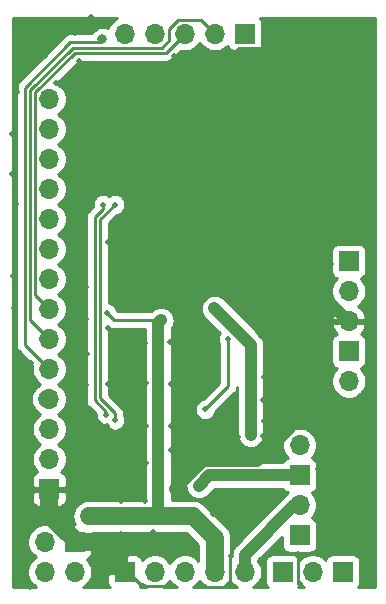
<source format=gbl>
%TF.GenerationSoftware,KiCad,Pcbnew,(5.1.6-0-10_14)*%
%TF.CreationDate,2021-01-07T19:03:09+09:00*%
%TF.ProjectId,qPCR-photosensing,71504352-2d70-4686-9f74-6f73656e7369,rev?*%
%TF.SameCoordinates,Original*%
%TF.FileFunction,Copper,L2,Bot*%
%TF.FilePolarity,Positive*%
%FSLAX46Y46*%
G04 Gerber Fmt 4.6, Leading zero omitted, Abs format (unit mm)*
G04 Created by KiCad (PCBNEW (5.1.6-0-10_14)) date 2021-01-07 19:03:09*
%MOMM*%
%LPD*%
G01*
G04 APERTURE LIST*
%TA.AperFunction,ComponentPad*%
%ADD10O,1.700000X1.700000*%
%TD*%
%TA.AperFunction,ComponentPad*%
%ADD11R,1.700000X1.700000*%
%TD*%
%TA.AperFunction,ViaPad*%
%ADD12C,0.508000*%
%TD*%
%TA.AperFunction,ViaPad*%
%ADD13C,0.800000*%
%TD*%
%TA.AperFunction,Conductor*%
%ADD14C,1.524000*%
%TD*%
%TA.AperFunction,Conductor*%
%ADD15C,1.016000*%
%TD*%
%TA.AperFunction,Conductor*%
%ADD16C,0.508000*%
%TD*%
%TA.AperFunction,Conductor*%
%ADD17C,0.250000*%
%TD*%
%TA.AperFunction,Conductor*%
%ADD18C,0.254000*%
%TD*%
G04 APERTURE END LIST*
D10*
%TO.P,J3,5*%
%TO.N,PD_MUX_OUT*%
X103298000Y-110000000D03*
%TO.P,J3,4*%
%TO.N,VCC_LOGIC*%
X100758000Y-110000000D03*
%TO.P,J3,3*%
%TO.N,N/C*%
X98218000Y-110000000D03*
%TO.P,J3,2*%
X95678000Y-110000000D03*
D11*
%TO.P,J3,1*%
%TO.N,GND*%
X93138000Y-110000000D03*
%TD*%
%TO.P,J4,1*%
%TO.N,PD_MUX_GPIO5*%
X103298000Y-64440000D03*
D10*
%TO.P,J4,2*%
%TO.N,PD_MUX_GPIO4*%
X100758000Y-64440000D03*
%TO.P,J4,3*%
%TO.N,PD_MUX_GPIO3*%
X98218000Y-64440000D03*
%TO.P,J4,4*%
%TO.N,PD_MUX_GPIO2*%
X95678000Y-64440000D03*
%TO.P,J4,5*%
%TO.N,PD_MUX_GPIO1*%
X93138000Y-64440000D03*
%TD*%
%TO.P,J1,14*%
%TO.N,THERM_WELL*%
X86730000Y-69980000D03*
%TO.P,J1,13*%
%TO.N,I2C_SDA*%
X86730000Y-72520000D03*
%TO.P,J1,12*%
%TO.N,I2C_SCL*%
X86730000Y-75060000D03*
%TO.P,J1,11*%
%TO.N,ADC_DRDY*%
X86730000Y-77600000D03*
%TO.P,J1,10*%
%TO.N,PD_REF_PWM*%
X86730000Y-80140000D03*
%TO.P,J1,9*%
%TO.N,PD_MUX_GPIO1*%
X86730000Y-82680000D03*
%TO.P,J1,8*%
%TO.N,PD_MUX_GPIO2*%
X86730000Y-85220000D03*
%TO.P,J1,7*%
%TO.N,PD_MUX_GPIO3*%
X86730000Y-87760000D03*
%TO.P,J1,6*%
%TO.N,PD_MUX_GPIO4*%
X86730000Y-90300000D03*
%TO.P,J1,5*%
%TO.N,PD_MUX_GPIO5*%
X86730000Y-92840000D03*
%TO.P,J1,4*%
%TO.N,VCC_LOGIC*%
X86730000Y-95380000D03*
%TO.P,J1,3*%
%TO.N,N/C*%
X86730000Y-97920000D03*
%TO.P,J1,2*%
X86730000Y-100460000D03*
D11*
%TO.P,J1,1*%
%TO.N,GND*%
X86730000Y-103000000D03*
%TD*%
D10*
%TO.P,JTHERM1,2*%
%TO.N,THERM_TEST2*%
X109040000Y-110000000D03*
D11*
%TO.P,JTHERM1,1*%
%TO.N,THERM_TEST1*%
X111580000Y-110000000D03*
%TD*%
D10*
%TO.P,J6,3*%
%TO.N,GND*%
X112100000Y-88780000D03*
%TO.P,J6,2*%
%TO.N,Net-(C2-Pad1)*%
X112100000Y-86240000D03*
D11*
%TO.P,J6,1*%
%TO.N,/CLKIN*%
X112100000Y-83700000D03*
%TD*%
%TO.P,J7,1*%
%TO.N,Net-(J7-Pad1)*%
X112100000Y-91320000D03*
D10*
%TO.P,J7,2*%
%TO.N,/XOUT*%
X112100000Y-93860000D03*
%TD*%
D11*
%TO.P,R6,1*%
%TO.N,PD_MUX_OUT*%
X107930000Y-101820000D03*
D10*
%TO.P,R6,2*%
%TO.N,Net-(C4-Pad1)*%
X107930000Y-99280000D03*
%TD*%
%TO.P,R7,2*%
%TO.N,PD_MUX_OUT*%
X107930000Y-104360000D03*
D11*
%TO.P,R7,1*%
%TO.N,/AMP_OUT*%
X107930000Y-106900000D03*
%TD*%
%TO.P,JGAIN1,1*%
%TO.N,/AMP_GAIN_SW*%
X106500000Y-110000000D03*
%TD*%
D10*
%TO.P,JSPI1,4*%
%TO.N,DEMOD_SPI_CS*%
X86360000Y-110000000D03*
%TO.P,JSPI1,3*%
%TO.N,DEMOD_SPI_SDIO*%
X86360000Y-107460000D03*
%TO.P,JSPI1,2*%
%TO.N,DEMOD_SPI_SCLK*%
X88900000Y-110000000D03*
D11*
%TO.P,JSPI1,1*%
%TO.N,GND*%
X88900000Y-107460000D03*
%TD*%
D12*
%TO.N,GND*%
X107100000Y-87900000D03*
X103900000Y-83800000D03*
X97400000Y-103000000D03*
X94463800Y-79036200D03*
X114010000Y-63410000D03*
X104960000Y-63470000D03*
X104870000Y-65670000D03*
X102780000Y-65800000D03*
X97340000Y-66340000D03*
X89230000Y-66780000D03*
X87280000Y-68640000D03*
X90270000Y-63020000D03*
X88890000Y-64370000D03*
X84040000Y-69410000D03*
X83880000Y-63360000D03*
X86900000Y-63390000D03*
X84000000Y-66340000D03*
X86360000Y-66340000D03*
X85650000Y-64980000D03*
X83610000Y-72900000D03*
X83600000Y-76310000D03*
X83950000Y-78880000D03*
X85220000Y-92310000D03*
X83850000Y-90460000D03*
X83690000Y-84990000D03*
X83800000Y-81840000D03*
X83780000Y-87680000D03*
X83920000Y-94390000D03*
X85650000Y-94160000D03*
X85580000Y-96580000D03*
X85530000Y-99120000D03*
X85440000Y-101500000D03*
X85270000Y-104610000D03*
X85440000Y-106080000D03*
X85270000Y-108680000D03*
X85100000Y-111250000D03*
X84050000Y-110050000D03*
X83990000Y-107240000D03*
X84020000Y-103550000D03*
X83990000Y-100730000D03*
X84050000Y-97860000D03*
X90570000Y-111180000D03*
X91070000Y-109930000D03*
X94560000Y-111180000D03*
X94360000Y-108340000D03*
X92770000Y-106820000D03*
X91460000Y-102760000D03*
X92800000Y-104010000D03*
X94860000Y-103990000D03*
X91640000Y-97630000D03*
X91520000Y-100130000D03*
X94920000Y-97660000D03*
X94910000Y-100770000D03*
X93290000Y-99130000D03*
X93290000Y-101900000D03*
X88580000Y-93390000D03*
X89890000Y-94170000D03*
X88550000Y-85370000D03*
X89860000Y-85880000D03*
X89810000Y-88560000D03*
X88510000Y-87070000D03*
X88680000Y-90060000D03*
X89930000Y-91520000D03*
X91730000Y-89390000D03*
X91680000Y-94070000D03*
X94840000Y-90640000D03*
X94940000Y-94040000D03*
X92100000Y-91920000D03*
X94120000Y-92370000D03*
X96990000Y-90540000D03*
X98140000Y-91880000D03*
X97010000Y-94120000D03*
X97040000Y-97660000D03*
X97030000Y-99680000D03*
X98750000Y-98140000D03*
X101090000Y-97560000D03*
X102580000Y-97230000D03*
X102700000Y-98570000D03*
X104850000Y-98480000D03*
X106020000Y-97240000D03*
X104930000Y-97250000D03*
X104800000Y-95430000D03*
X106120000Y-94400000D03*
X104880000Y-93480000D03*
X102870000Y-87170000D03*
X104640000Y-90050000D03*
X103820000Y-88630000D03*
X95500000Y-106610000D03*
X98490000Y-108220000D03*
X96920000Y-111020000D03*
X99490000Y-111060000D03*
X102030000Y-111010000D03*
X104770000Y-110990000D03*
X107930000Y-111040000D03*
X113320000Y-110940000D03*
X114240000Y-108150000D03*
X112320000Y-106100000D03*
X114220000Y-102820000D03*
X112460000Y-100420000D03*
X114120000Y-97760000D03*
X110520000Y-97190000D03*
X108100000Y-97280000D03*
X109810000Y-99440000D03*
X109480000Y-101320000D03*
X110380000Y-103520000D03*
X109490000Y-105230000D03*
X110360000Y-107500000D03*
X107830000Y-108490000D03*
X105620000Y-108050000D03*
X102130000Y-108630000D03*
X102840000Y-107270000D03*
X102570000Y-105850000D03*
X100640000Y-105130000D03*
X101420000Y-104310000D03*
X108310000Y-93730000D03*
X108280000Y-95290000D03*
X110450000Y-93950000D03*
X113020000Y-95080000D03*
X113460000Y-92630000D03*
X113480000Y-89970000D03*
X113310000Y-87530000D03*
X113370000Y-85130000D03*
X110560000Y-83910000D03*
X104940000Y-83010000D03*
X113950000Y-82470000D03*
X107750000Y-83770000D03*
X96830000Y-85340000D03*
X98590000Y-84490000D03*
X95130000Y-82740000D03*
X91730000Y-82080000D03*
X93490000Y-83030000D03*
X89760000Y-77890000D03*
X88460000Y-75260000D03*
X88310000Y-71390000D03*
X88310000Y-73570000D03*
X98860000Y-79910000D03*
X101000000Y-82390000D03*
X97440000Y-82630000D03*
X96380000Y-79780000D03*
X109270000Y-63490000D03*
X109180000Y-65730000D03*
X113980000Y-65840000D03*
X111670000Y-67770000D03*
X106640000Y-68270000D03*
X100590000Y-68070000D03*
X93030000Y-68270000D03*
X91750000Y-71780000D03*
X91850000Y-75930000D03*
X96690000Y-72020000D03*
X102760000Y-71880000D03*
X109580000Y-71780000D03*
X111900000Y-75930000D03*
X105730000Y-75980000D03*
X99060000Y-75830000D03*
X101380000Y-79330000D03*
X108940000Y-79530000D03*
X95800000Y-76320000D03*
X113720000Y-72270000D03*
D13*
%TO.N,PD_MUX_OUT*%
X99400000Y-102700000D03*
D12*
%TO.N,VCC_LOGIC*%
X90100000Y-105300000D03*
X96200000Y-88700000D03*
X91617001Y-88100000D03*
%TO.N,/AMP_OUT*%
X103800000Y-98400000D03*
X100723762Y-87700000D03*
D13*
%TO.N,PD_MUX_GPIO5*%
X91230000Y-64890000D03*
D12*
%TO.N,THERM_TEST2*%
X92300000Y-97154041D03*
X92300000Y-78900000D03*
%TO.N,THERM_TEST1*%
X91579020Y-96704031D03*
X91300000Y-78900000D03*
%TO.N,DEMOD_SPI_CS*%
X99946926Y-96254021D03*
X101900000Y-90300000D03*
%TD*%
D14*
%TO.N,GND*%
X90598000Y-107460000D02*
X88900000Y-107460000D01*
X93138000Y-110000000D02*
X90598000Y-107460000D01*
D15*
X112100000Y-88780000D02*
X111220000Y-87900000D01*
X111220000Y-87900000D02*
X107100000Y-87900000D01*
X107100000Y-87900000D02*
X105600000Y-87900000D01*
X103900000Y-86200000D02*
X103900000Y-83800000D01*
X105600000Y-87900000D02*
X103900000Y-86200000D01*
D14*
X86730000Y-105148238D02*
X86730000Y-103000000D01*
X88900000Y-107318238D02*
X86730000Y-105148238D01*
X88900000Y-107460000D02*
X88900000Y-107318238D01*
D15*
X97400000Y-102980303D02*
X97400000Y-103000000D01*
X104300168Y-100603990D02*
X99776313Y-100603990D01*
X107100000Y-97804158D02*
X104300168Y-100603990D01*
X99776313Y-100603990D02*
X97400000Y-102980303D01*
X107100000Y-87900000D02*
X107100000Y-97804158D01*
D16*
X99136200Y-79036200D02*
X103900000Y-83800000D01*
X94463800Y-79036200D02*
X99136200Y-79036200D01*
D17*
X90240000Y-63020000D02*
X88890000Y-64370000D01*
X90270000Y-63020000D02*
X90240000Y-63020000D01*
X102910000Y-65670000D02*
X102780000Y-65800000D01*
X104870000Y-65670000D02*
X102910000Y-65670000D01*
X94120000Y-93220000D02*
X94940000Y-94040000D01*
X94120000Y-92370000D02*
X94120000Y-93220000D01*
X102030000Y-108730000D02*
X102030000Y-111010000D01*
X102130000Y-108630000D02*
X102030000Y-108730000D01*
X101726001Y-111313999D02*
X102030000Y-111010000D01*
X99743999Y-111313999D02*
X101726001Y-111313999D01*
X99490000Y-111060000D02*
X99743999Y-111313999D01*
X93380000Y-110000000D02*
X94560000Y-111180000D01*
X93138000Y-110000000D02*
X93380000Y-110000000D01*
X96760000Y-111180000D02*
X94560000Y-111180000D01*
X96920000Y-111020000D02*
X96760000Y-111180000D01*
X105090000Y-95430000D02*
X106120000Y-94400000D01*
X104800000Y-95430000D02*
X105090000Y-95430000D01*
X84040000Y-66380000D02*
X84000000Y-66340000D01*
X84040000Y-69410000D02*
X84040000Y-66380000D01*
X107830000Y-110940000D02*
X107930000Y-111040000D01*
X107830000Y-108490000D02*
X107830000Y-110940000D01*
D15*
%TO.N,PD_MUX_OUT*%
X100280000Y-101820000D02*
X99400000Y-102700000D01*
X107930000Y-101820000D02*
X100280000Y-101820000D01*
X107495598Y-104360000D02*
X103298000Y-108557598D01*
X103298000Y-108557598D02*
X103298000Y-110000000D01*
X107930000Y-104360000D02*
X107495598Y-104360000D01*
D14*
%TO.N,VCC_LOGIC*%
X86588238Y-95380000D02*
X86730000Y-95380000D01*
X100758000Y-107158000D02*
X100758000Y-110000000D01*
X98900000Y-105300000D02*
X100758000Y-107158000D01*
X96000000Y-105300000D02*
X98900000Y-105300000D01*
X90100000Y-105300000D02*
X96000000Y-105300000D01*
D15*
X95946001Y-105246001D02*
X96000000Y-105300000D01*
X95946001Y-88953999D02*
X95946001Y-105246001D01*
X96200000Y-88700000D02*
X95946001Y-88953999D01*
D17*
X92217001Y-88700000D02*
X96200000Y-88700000D01*
X91617001Y-88100000D02*
X92217001Y-88700000D01*
D15*
%TO.N,/AMP_OUT*%
X103800000Y-90776238D02*
X100723762Y-87700000D01*
X103800000Y-98400000D02*
X103800000Y-90776238D01*
D17*
%TO.N,PD_MUX_GPIO3*%
X98218000Y-64440000D02*
X96592989Y-66065011D01*
X85554999Y-69415999D02*
X85554999Y-86584999D01*
X85554999Y-86584999D02*
X86730000Y-87760000D01*
X88905987Y-66065011D02*
X85554999Y-69415999D01*
X96592989Y-66065011D02*
X88905987Y-66065011D01*
%TO.N,PD_MUX_GPIO4*%
X85104989Y-88674989D02*
X86730000Y-90300000D01*
X96242001Y-65615001D02*
X88719586Y-65615002D01*
X96853001Y-64065997D02*
X96853001Y-65004001D01*
X85104989Y-69229599D02*
X85104989Y-88674989D01*
X88719586Y-65615002D02*
X85104989Y-69229599D01*
X97653999Y-63264999D02*
X96853001Y-64065997D01*
X99582999Y-63264999D02*
X97653999Y-63264999D01*
X96853001Y-65004001D02*
X96242001Y-65615001D01*
X100758000Y-64440000D02*
X99582999Y-63264999D01*
%TO.N,PD_MUX_GPIO5*%
X84654980Y-90764980D02*
X86730000Y-92840000D01*
X84654980Y-69043198D02*
X84654980Y-90764980D01*
X88533187Y-65164993D02*
X84654980Y-69043198D01*
X90955007Y-65164993D02*
X88533187Y-65164993D01*
X91230000Y-64890000D02*
X90955007Y-65164993D01*
%TO.N,THERM_TEST2*%
X91038000Y-80162000D02*
X92300000Y-78900000D01*
X91038000Y-95306089D02*
X91038000Y-80162000D01*
X92300000Y-96568089D02*
X91038000Y-95306089D01*
X92300000Y-97154041D02*
X92300000Y-96568089D01*
%TO.N,THERM_TEST1*%
X90587991Y-79975599D02*
X91300000Y-79263590D01*
X91300000Y-79263590D02*
X91300000Y-78900000D01*
X90587990Y-95492489D02*
X90587991Y-79975599D01*
X91579020Y-96483519D02*
X90587990Y-95492489D01*
X91579020Y-96704031D02*
X91579020Y-96483519D01*
%TO.N,DEMOD_SPI_CS*%
X101900000Y-94300947D02*
X101900000Y-90300000D01*
X99946926Y-96254021D02*
X101900000Y-94300947D01*
%TD*%
D18*
%TO.N,GND*%
G36*
X108093368Y-111153475D02*
G01*
X108335107Y-111315000D01*
X107784351Y-111315000D01*
X107801185Y-111301185D01*
X107880537Y-111204494D01*
X107939502Y-111094180D01*
X107961513Y-111021620D01*
X108093368Y-111153475D01*
G37*
X108093368Y-111153475D02*
X108335107Y-111315000D01*
X107784351Y-111315000D01*
X107801185Y-111301185D01*
X107880537Y-111204494D01*
X107939502Y-111094180D01*
X107961513Y-111021620D01*
X108093368Y-111153475D01*
G36*
X102144525Y-110946632D02*
G01*
X102351368Y-111153475D01*
X102593107Y-111315000D01*
X101462893Y-111315000D01*
X101704632Y-111153475D01*
X101911475Y-110946632D01*
X102028000Y-110772240D01*
X102144525Y-110946632D01*
G37*
X102144525Y-110946632D02*
X102351368Y-111153475D01*
X102593107Y-111315000D01*
X101462893Y-111315000D01*
X101704632Y-111153475D01*
X101911475Y-110946632D01*
X102028000Y-110772240D01*
X102144525Y-110946632D01*
G36*
X99604525Y-110946632D02*
G01*
X99811368Y-111153475D01*
X100053107Y-111315000D01*
X98922893Y-111315000D01*
X99164632Y-111153475D01*
X99371475Y-110946632D01*
X99488000Y-110772240D01*
X99604525Y-110946632D01*
G37*
X99604525Y-110946632D02*
X99811368Y-111153475D01*
X100053107Y-111315000D01*
X98922893Y-111315000D01*
X99164632Y-111153475D01*
X99371475Y-110946632D01*
X99488000Y-110772240D01*
X99604525Y-110946632D01*
G36*
X97064525Y-110946632D02*
G01*
X97271368Y-111153475D01*
X97513107Y-111315000D01*
X96382893Y-111315000D01*
X96624632Y-111153475D01*
X96831475Y-110946632D01*
X96948000Y-110772240D01*
X97064525Y-110946632D01*
G37*
X97064525Y-110946632D02*
X97271368Y-111153475D01*
X97513107Y-111315000D01*
X96382893Y-111315000D01*
X96624632Y-111153475D01*
X96831475Y-110946632D01*
X96948000Y-110772240D01*
X97064525Y-110946632D01*
G36*
X94731368Y-111153475D02*
G01*
X94973107Y-111315000D01*
X94422351Y-111315000D01*
X94439185Y-111301185D01*
X94518537Y-111204494D01*
X94577502Y-111094180D01*
X94599513Y-111021620D01*
X94731368Y-111153475D01*
G37*
X94731368Y-111153475D02*
X94973107Y-111315000D01*
X94422351Y-111315000D01*
X94439185Y-111301185D01*
X94518537Y-111204494D01*
X94577502Y-111094180D01*
X94599513Y-111021620D01*
X94731368Y-111153475D01*
G36*
X99361000Y-107736656D02*
G01*
X99361001Y-109042894D01*
X99164632Y-108846525D01*
X98921411Y-108684010D01*
X98651158Y-108572068D01*
X98364260Y-108515000D01*
X98071740Y-108515000D01*
X97784842Y-108572068D01*
X97514589Y-108684010D01*
X97271368Y-108846525D01*
X97064525Y-109053368D01*
X96948000Y-109227760D01*
X96831475Y-109053368D01*
X96624632Y-108846525D01*
X96381411Y-108684010D01*
X96111158Y-108572068D01*
X95824260Y-108515000D01*
X95531740Y-108515000D01*
X95244842Y-108572068D01*
X94974589Y-108684010D01*
X94731368Y-108846525D01*
X94599513Y-108978380D01*
X94577502Y-108905820D01*
X94518537Y-108795506D01*
X94439185Y-108698815D01*
X94342494Y-108619463D01*
X94232180Y-108560498D01*
X94112482Y-108524188D01*
X93988000Y-108511928D01*
X93423750Y-108515000D01*
X93265000Y-108673750D01*
X93265000Y-109873000D01*
X93285000Y-109873000D01*
X93285000Y-110127000D01*
X93265000Y-110127000D01*
X93265000Y-110147000D01*
X93011000Y-110147000D01*
X93011000Y-110127000D01*
X91811750Y-110127000D01*
X91653000Y-110285750D01*
X91649928Y-110850000D01*
X91662188Y-110974482D01*
X91698498Y-111094180D01*
X91757463Y-111204494D01*
X91836815Y-111301185D01*
X91853649Y-111315000D01*
X89604893Y-111315000D01*
X89846632Y-111153475D01*
X90053475Y-110946632D01*
X90215990Y-110703411D01*
X90327932Y-110433158D01*
X90385000Y-110146260D01*
X90385000Y-109853740D01*
X90327932Y-109566842D01*
X90215990Y-109296589D01*
X90118043Y-109150000D01*
X91649928Y-109150000D01*
X91653000Y-109714250D01*
X91811750Y-109873000D01*
X93011000Y-109873000D01*
X93011000Y-108673750D01*
X92852250Y-108515000D01*
X92288000Y-108511928D01*
X92163518Y-108524188D01*
X92043820Y-108560498D01*
X91933506Y-108619463D01*
X91836815Y-108698815D01*
X91757463Y-108795506D01*
X91698498Y-108905820D01*
X91662188Y-109025518D01*
X91649928Y-109150000D01*
X90118043Y-109150000D01*
X90053475Y-109053368D01*
X89921620Y-108921513D01*
X89994180Y-108899502D01*
X90104494Y-108840537D01*
X90201185Y-108761185D01*
X90280537Y-108664494D01*
X90339502Y-108554180D01*
X90375812Y-108434482D01*
X90388072Y-108310000D01*
X90385000Y-107745750D01*
X90226250Y-107587000D01*
X89027000Y-107587000D01*
X89027000Y-107607000D01*
X88773000Y-107607000D01*
X88773000Y-107587000D01*
X88753000Y-107587000D01*
X88753000Y-107333000D01*
X88773000Y-107333000D01*
X88773000Y-107313000D01*
X89027000Y-107313000D01*
X89027000Y-107333000D01*
X90226250Y-107333000D01*
X90385000Y-107174250D01*
X90387598Y-106697000D01*
X98321345Y-106697000D01*
X99361000Y-107736656D01*
G37*
X99361000Y-107736656D02*
X99361001Y-109042894D01*
X99164632Y-108846525D01*
X98921411Y-108684010D01*
X98651158Y-108572068D01*
X98364260Y-108515000D01*
X98071740Y-108515000D01*
X97784842Y-108572068D01*
X97514589Y-108684010D01*
X97271368Y-108846525D01*
X97064525Y-109053368D01*
X96948000Y-109227760D01*
X96831475Y-109053368D01*
X96624632Y-108846525D01*
X96381411Y-108684010D01*
X96111158Y-108572068D01*
X95824260Y-108515000D01*
X95531740Y-108515000D01*
X95244842Y-108572068D01*
X94974589Y-108684010D01*
X94731368Y-108846525D01*
X94599513Y-108978380D01*
X94577502Y-108905820D01*
X94518537Y-108795506D01*
X94439185Y-108698815D01*
X94342494Y-108619463D01*
X94232180Y-108560498D01*
X94112482Y-108524188D01*
X93988000Y-108511928D01*
X93423750Y-108515000D01*
X93265000Y-108673750D01*
X93265000Y-109873000D01*
X93285000Y-109873000D01*
X93285000Y-110127000D01*
X93265000Y-110127000D01*
X93265000Y-110147000D01*
X93011000Y-110147000D01*
X93011000Y-110127000D01*
X91811750Y-110127000D01*
X91653000Y-110285750D01*
X91649928Y-110850000D01*
X91662188Y-110974482D01*
X91698498Y-111094180D01*
X91757463Y-111204494D01*
X91836815Y-111301185D01*
X91853649Y-111315000D01*
X89604893Y-111315000D01*
X89846632Y-111153475D01*
X90053475Y-110946632D01*
X90215990Y-110703411D01*
X90327932Y-110433158D01*
X90385000Y-110146260D01*
X90385000Y-109853740D01*
X90327932Y-109566842D01*
X90215990Y-109296589D01*
X90118043Y-109150000D01*
X91649928Y-109150000D01*
X91653000Y-109714250D01*
X91811750Y-109873000D01*
X93011000Y-109873000D01*
X93011000Y-108673750D01*
X92852250Y-108515000D01*
X92288000Y-108511928D01*
X92163518Y-108524188D01*
X92043820Y-108560498D01*
X91933506Y-108619463D01*
X91836815Y-108698815D01*
X91757463Y-108795506D01*
X91698498Y-108905820D01*
X91662188Y-109025518D01*
X91649928Y-109150000D01*
X90118043Y-109150000D01*
X90053475Y-109053368D01*
X89921620Y-108921513D01*
X89994180Y-108899502D01*
X90104494Y-108840537D01*
X90201185Y-108761185D01*
X90280537Y-108664494D01*
X90339502Y-108554180D01*
X90375812Y-108434482D01*
X90388072Y-108310000D01*
X90385000Y-107745750D01*
X90226250Y-107587000D01*
X89027000Y-107587000D01*
X89027000Y-107607000D01*
X88773000Y-107607000D01*
X88773000Y-107587000D01*
X88753000Y-107587000D01*
X88753000Y-107333000D01*
X88773000Y-107333000D01*
X88773000Y-107313000D01*
X89027000Y-107313000D01*
X89027000Y-107333000D01*
X90226250Y-107333000D01*
X90385000Y-107174250D01*
X90387598Y-106697000D01*
X98321345Y-106697000D01*
X99361000Y-107736656D01*
G36*
X92191368Y-63286525D02*
G01*
X91984525Y-63493368D01*
X91822010Y-63736589D01*
X91723322Y-63974844D01*
X91720256Y-63972795D01*
X91531898Y-63894774D01*
X91331939Y-63855000D01*
X91128061Y-63855000D01*
X90928102Y-63894774D01*
X90739744Y-63972795D01*
X90570226Y-64086063D01*
X90426063Y-64230226D01*
X90312795Y-64399744D01*
X90310621Y-64404993D01*
X88570520Y-64404993D01*
X88533187Y-64401316D01*
X88384201Y-64415990D01*
X88240940Y-64459447D01*
X88108911Y-64530019D01*
X88022184Y-64601193D01*
X88022179Y-64601198D01*
X87993186Y-64624992D01*
X87969392Y-64653985D01*
X84143983Y-68479394D01*
X84114979Y-68503197D01*
X84074872Y-68552068D01*
X84020006Y-68618922D01*
X83995906Y-68664010D01*
X83949434Y-68750952D01*
X83905977Y-68894213D01*
X83894980Y-69005866D01*
X83894980Y-69005875D01*
X83891304Y-69043198D01*
X83894980Y-69080520D01*
X83894981Y-90727647D01*
X83891304Y-90764980D01*
X83905978Y-90913965D01*
X83949434Y-91057226D01*
X84020006Y-91189256D01*
X84067094Y-91246632D01*
X84114980Y-91304981D01*
X84143978Y-91328779D01*
X85288790Y-92473593D01*
X85245000Y-92693740D01*
X85245000Y-92986260D01*
X85302068Y-93273158D01*
X85414010Y-93543411D01*
X85576525Y-93786632D01*
X85783368Y-93993475D01*
X85957760Y-94110000D01*
X85783368Y-94226525D01*
X85745476Y-94264417D01*
X85595630Y-94387392D01*
X85421055Y-94600113D01*
X85291334Y-94842805D01*
X85211452Y-95106140D01*
X85184479Y-95380000D01*
X85211452Y-95653860D01*
X85291334Y-95917195D01*
X85421055Y-96159887D01*
X85595630Y-96372608D01*
X85745476Y-96495583D01*
X85783368Y-96533475D01*
X85957760Y-96650000D01*
X85783368Y-96766525D01*
X85576525Y-96973368D01*
X85414010Y-97216589D01*
X85302068Y-97486842D01*
X85245000Y-97773740D01*
X85245000Y-98066260D01*
X85302068Y-98353158D01*
X85414010Y-98623411D01*
X85576525Y-98866632D01*
X85783368Y-99073475D01*
X85957760Y-99190000D01*
X85783368Y-99306525D01*
X85576525Y-99513368D01*
X85414010Y-99756589D01*
X85302068Y-100026842D01*
X85245000Y-100313740D01*
X85245000Y-100606260D01*
X85302068Y-100893158D01*
X85414010Y-101163411D01*
X85576525Y-101406632D01*
X85708380Y-101538487D01*
X85635820Y-101560498D01*
X85525506Y-101619463D01*
X85428815Y-101698815D01*
X85349463Y-101795506D01*
X85290498Y-101905820D01*
X85254188Y-102025518D01*
X85241928Y-102150000D01*
X85245000Y-102714250D01*
X85403750Y-102873000D01*
X86603000Y-102873000D01*
X86603000Y-102853000D01*
X86857000Y-102853000D01*
X86857000Y-102873000D01*
X88056250Y-102873000D01*
X88215000Y-102714250D01*
X88218072Y-102150000D01*
X88205812Y-102025518D01*
X88169502Y-101905820D01*
X88110537Y-101795506D01*
X88031185Y-101698815D01*
X87934494Y-101619463D01*
X87824180Y-101560498D01*
X87751620Y-101538487D01*
X87883475Y-101406632D01*
X88045990Y-101163411D01*
X88157932Y-100893158D01*
X88215000Y-100606260D01*
X88215000Y-100313740D01*
X88157932Y-100026842D01*
X88045990Y-99756589D01*
X87883475Y-99513368D01*
X87676632Y-99306525D01*
X87502240Y-99190000D01*
X87676632Y-99073475D01*
X87883475Y-98866632D01*
X88045990Y-98623411D01*
X88157932Y-98353158D01*
X88215000Y-98066260D01*
X88215000Y-97773740D01*
X88157932Y-97486842D01*
X88045990Y-97216589D01*
X87883475Y-96973368D01*
X87676632Y-96766525D01*
X87502240Y-96650000D01*
X87676632Y-96533475D01*
X87883475Y-96326632D01*
X88045990Y-96083411D01*
X88157932Y-95813158D01*
X88215000Y-95526260D01*
X88215000Y-95233740D01*
X88157932Y-94946842D01*
X88045990Y-94676589D01*
X87883475Y-94433368D01*
X87676632Y-94226525D01*
X87502240Y-94110000D01*
X87676632Y-93993475D01*
X87883475Y-93786632D01*
X88045990Y-93543411D01*
X88157932Y-93273158D01*
X88215000Y-92986260D01*
X88215000Y-92693740D01*
X88157932Y-92406842D01*
X88045990Y-92136589D01*
X87883475Y-91893368D01*
X87676632Y-91686525D01*
X87502240Y-91570000D01*
X87676632Y-91453475D01*
X87883475Y-91246632D01*
X88045990Y-91003411D01*
X88157932Y-90733158D01*
X88215000Y-90446260D01*
X88215000Y-90153740D01*
X88157932Y-89866842D01*
X88045990Y-89596589D01*
X87883475Y-89353368D01*
X87676632Y-89146525D01*
X87502240Y-89030000D01*
X87676632Y-88913475D01*
X87883475Y-88706632D01*
X88045990Y-88463411D01*
X88157932Y-88193158D01*
X88215000Y-87906260D01*
X88215000Y-87613740D01*
X88157932Y-87326842D01*
X88045990Y-87056589D01*
X87883475Y-86813368D01*
X87676632Y-86606525D01*
X87502240Y-86490000D01*
X87676632Y-86373475D01*
X87883475Y-86166632D01*
X88045990Y-85923411D01*
X88157932Y-85653158D01*
X88215000Y-85366260D01*
X88215000Y-85073740D01*
X88157932Y-84786842D01*
X88045990Y-84516589D01*
X87883475Y-84273368D01*
X87676632Y-84066525D01*
X87502240Y-83950000D01*
X87676632Y-83833475D01*
X87883475Y-83626632D01*
X88045990Y-83383411D01*
X88157932Y-83113158D01*
X88215000Y-82826260D01*
X88215000Y-82533740D01*
X88157932Y-82246842D01*
X88045990Y-81976589D01*
X87883475Y-81733368D01*
X87676632Y-81526525D01*
X87502240Y-81410000D01*
X87676632Y-81293475D01*
X87883475Y-81086632D01*
X88045990Y-80843411D01*
X88157932Y-80573158D01*
X88215000Y-80286260D01*
X88215000Y-79993740D01*
X88157932Y-79706842D01*
X88045990Y-79436589D01*
X87883475Y-79193368D01*
X87676632Y-78986525D01*
X87502240Y-78870000D01*
X87676632Y-78753475D01*
X87883475Y-78546632D01*
X88045990Y-78303411D01*
X88157932Y-78033158D01*
X88215000Y-77746260D01*
X88215000Y-77453740D01*
X88157932Y-77166842D01*
X88045990Y-76896589D01*
X87883475Y-76653368D01*
X87676632Y-76446525D01*
X87502240Y-76330000D01*
X87676632Y-76213475D01*
X87883475Y-76006632D01*
X88045990Y-75763411D01*
X88157932Y-75493158D01*
X88215000Y-75206260D01*
X88215000Y-74913740D01*
X88157932Y-74626842D01*
X88045990Y-74356589D01*
X87883475Y-74113368D01*
X87676632Y-73906525D01*
X87502240Y-73790000D01*
X87676632Y-73673475D01*
X87883475Y-73466632D01*
X88045990Y-73223411D01*
X88157932Y-72953158D01*
X88215000Y-72666260D01*
X88215000Y-72373740D01*
X88157932Y-72086842D01*
X88045990Y-71816589D01*
X87883475Y-71573368D01*
X87676632Y-71366525D01*
X87502240Y-71250000D01*
X87676632Y-71133475D01*
X87883475Y-70926632D01*
X88045990Y-70683411D01*
X88157932Y-70413158D01*
X88215000Y-70126260D01*
X88215000Y-69833740D01*
X88157932Y-69546842D01*
X88045990Y-69276589D01*
X87883475Y-69033368D01*
X87676632Y-68826525D01*
X87433411Y-68664010D01*
X87396909Y-68648890D01*
X89220789Y-66825011D01*
X96555667Y-66825011D01*
X96592989Y-66828687D01*
X96630311Y-66825011D01*
X96630322Y-66825011D01*
X96741975Y-66814014D01*
X96885236Y-66770557D01*
X97017265Y-66699985D01*
X97132990Y-66605012D01*
X97156793Y-66576008D01*
X97851592Y-65881209D01*
X98071740Y-65925000D01*
X98364260Y-65925000D01*
X98651158Y-65867932D01*
X98921411Y-65755990D01*
X99164632Y-65593475D01*
X99371475Y-65386632D01*
X99488000Y-65212240D01*
X99604525Y-65386632D01*
X99811368Y-65593475D01*
X100054589Y-65755990D01*
X100324842Y-65867932D01*
X100611740Y-65925000D01*
X100904260Y-65925000D01*
X101191158Y-65867932D01*
X101461411Y-65755990D01*
X101704632Y-65593475D01*
X101836487Y-65461620D01*
X101858498Y-65534180D01*
X101917463Y-65644494D01*
X101996815Y-65741185D01*
X102093506Y-65820537D01*
X102203820Y-65879502D01*
X102323518Y-65915812D01*
X102448000Y-65928072D01*
X104148000Y-65928072D01*
X104272482Y-65915812D01*
X104392180Y-65879502D01*
X104502494Y-65820537D01*
X104599185Y-65741185D01*
X104678537Y-65644494D01*
X104737502Y-65534180D01*
X104773812Y-65414482D01*
X104786072Y-65290000D01*
X104786072Y-63590000D01*
X104773812Y-63465518D01*
X104737502Y-63345820D01*
X104678537Y-63235506D01*
X104599185Y-63138815D01*
X104582351Y-63125000D01*
X114315000Y-63125000D01*
X114315001Y-111315000D01*
X112864351Y-111315000D01*
X112881185Y-111301185D01*
X112960537Y-111204494D01*
X113019502Y-111094180D01*
X113055812Y-110974482D01*
X113068072Y-110850000D01*
X113068072Y-109150000D01*
X113055812Y-109025518D01*
X113019502Y-108905820D01*
X112960537Y-108795506D01*
X112881185Y-108698815D01*
X112784494Y-108619463D01*
X112674180Y-108560498D01*
X112554482Y-108524188D01*
X112430000Y-108511928D01*
X110730000Y-108511928D01*
X110605518Y-108524188D01*
X110485820Y-108560498D01*
X110375506Y-108619463D01*
X110278815Y-108698815D01*
X110199463Y-108795506D01*
X110140498Y-108905820D01*
X110118487Y-108978380D01*
X109986632Y-108846525D01*
X109743411Y-108684010D01*
X109473158Y-108572068D01*
X109186260Y-108515000D01*
X108893740Y-108515000D01*
X108606842Y-108572068D01*
X108336589Y-108684010D01*
X108093368Y-108846525D01*
X107961513Y-108978380D01*
X107939502Y-108905820D01*
X107880537Y-108795506D01*
X107801185Y-108698815D01*
X107704494Y-108619463D01*
X107594180Y-108560498D01*
X107474482Y-108524188D01*
X107350000Y-108511928D01*
X105650000Y-108511928D01*
X105525518Y-108524188D01*
X105405820Y-108560498D01*
X105295506Y-108619463D01*
X105198815Y-108698815D01*
X105119463Y-108795506D01*
X105060498Y-108905820D01*
X105024188Y-109025518D01*
X105011928Y-109150000D01*
X105011928Y-110850000D01*
X105024188Y-110974482D01*
X105060498Y-111094180D01*
X105119463Y-111204494D01*
X105198815Y-111301185D01*
X105215649Y-111315000D01*
X104002893Y-111315000D01*
X104244632Y-111153475D01*
X104451475Y-110946632D01*
X104613990Y-110703411D01*
X104725932Y-110433158D01*
X104783000Y-110146260D01*
X104783000Y-109853740D01*
X104725932Y-109566842D01*
X104613990Y-109296589D01*
X104451475Y-109053368D01*
X104441000Y-109042893D01*
X104441000Y-109031043D01*
X106441928Y-107030116D01*
X106441928Y-107750000D01*
X106454188Y-107874482D01*
X106490498Y-107994180D01*
X106549463Y-108104494D01*
X106628815Y-108201185D01*
X106725506Y-108280537D01*
X106835820Y-108339502D01*
X106955518Y-108375812D01*
X107080000Y-108388072D01*
X108780000Y-108388072D01*
X108904482Y-108375812D01*
X109024180Y-108339502D01*
X109134494Y-108280537D01*
X109231185Y-108201185D01*
X109310537Y-108104494D01*
X109369502Y-107994180D01*
X109405812Y-107874482D01*
X109418072Y-107750000D01*
X109418072Y-106050000D01*
X109405812Y-105925518D01*
X109369502Y-105805820D01*
X109310537Y-105695506D01*
X109231185Y-105598815D01*
X109134494Y-105519463D01*
X109024180Y-105460498D01*
X108951620Y-105438487D01*
X109083475Y-105306632D01*
X109245990Y-105063411D01*
X109357932Y-104793158D01*
X109415000Y-104506260D01*
X109415000Y-104213740D01*
X109357932Y-103926842D01*
X109245990Y-103656589D01*
X109083475Y-103413368D01*
X108951620Y-103281513D01*
X109024180Y-103259502D01*
X109134494Y-103200537D01*
X109231185Y-103121185D01*
X109310537Y-103024494D01*
X109369502Y-102914180D01*
X109405812Y-102794482D01*
X109418072Y-102670000D01*
X109418072Y-100970000D01*
X109405812Y-100845518D01*
X109369502Y-100725820D01*
X109310537Y-100615506D01*
X109231185Y-100518815D01*
X109134494Y-100439463D01*
X109024180Y-100380498D01*
X108951620Y-100358487D01*
X109083475Y-100226632D01*
X109245990Y-99983411D01*
X109357932Y-99713158D01*
X109415000Y-99426260D01*
X109415000Y-99133740D01*
X109357932Y-98846842D01*
X109245990Y-98576589D01*
X109083475Y-98333368D01*
X108876632Y-98126525D01*
X108633411Y-97964010D01*
X108363158Y-97852068D01*
X108076260Y-97795000D01*
X107783740Y-97795000D01*
X107496842Y-97852068D01*
X107226589Y-97964010D01*
X106983368Y-98126525D01*
X106776525Y-98333368D01*
X106614010Y-98576589D01*
X106502068Y-98846842D01*
X106445000Y-99133740D01*
X106445000Y-99426260D01*
X106502068Y-99713158D01*
X106614010Y-99983411D01*
X106776525Y-100226632D01*
X106908380Y-100358487D01*
X106835820Y-100380498D01*
X106725506Y-100439463D01*
X106628815Y-100518815D01*
X106549463Y-100615506D01*
X106516593Y-100677000D01*
X100336139Y-100677000D01*
X100280000Y-100671471D01*
X100223861Y-100677000D01*
X100223854Y-100677000D01*
X100076517Y-100691512D01*
X100055932Y-100693539D01*
X99990574Y-100713365D01*
X99840477Y-100758897D01*
X99641911Y-100865032D01*
X99467867Y-101007867D01*
X99432077Y-101051477D01*
X98552076Y-101931479D01*
X98445033Y-102061912D01*
X98338898Y-102260477D01*
X98273539Y-102475933D01*
X98251471Y-102700000D01*
X98273539Y-102924067D01*
X98338898Y-103139523D01*
X98445033Y-103338088D01*
X98587867Y-103512133D01*
X98761912Y-103654967D01*
X98960477Y-103761102D01*
X99175933Y-103826461D01*
X99400000Y-103848529D01*
X99624067Y-103826461D01*
X99839523Y-103761102D01*
X100038088Y-103654967D01*
X100168521Y-103547924D01*
X100753446Y-102963000D01*
X106516593Y-102963000D01*
X106549463Y-103024494D01*
X106628815Y-103121185D01*
X106725506Y-103200537D01*
X106835820Y-103259502D01*
X106908380Y-103281513D01*
X106776525Y-103413368D01*
X106690530Y-103542069D01*
X106683465Y-103547867D01*
X106647675Y-103591477D01*
X102529482Y-107709671D01*
X102485867Y-107745465D01*
X102343032Y-107919510D01*
X102236897Y-108118076D01*
X102227029Y-108150607D01*
X102174072Y-108325183D01*
X102171539Y-108333532D01*
X102155000Y-108501453D01*
X102155000Y-107226625D01*
X102161759Y-107158000D01*
X102134786Y-106884140D01*
X102054904Y-106620805D01*
X101925183Y-106378113D01*
X101750607Y-106165392D01*
X101697301Y-106121645D01*
X99936364Y-104360709D01*
X99892608Y-104307392D01*
X99679887Y-104132817D01*
X99437195Y-104003096D01*
X99173860Y-103923214D01*
X98968625Y-103903000D01*
X98900000Y-103896241D01*
X98831375Y-103903000D01*
X97089001Y-103903000D01*
X97089001Y-96166462D01*
X99057926Y-96166462D01*
X99057926Y-96341580D01*
X99092090Y-96513333D01*
X99159105Y-96675120D01*
X99256395Y-96820725D01*
X99380222Y-96944552D01*
X99525827Y-97041842D01*
X99687614Y-97108857D01*
X99859367Y-97143021D01*
X100034485Y-97143021D01*
X100206238Y-97108857D01*
X100368025Y-97041842D01*
X100513630Y-96944552D01*
X100637457Y-96820725D01*
X100734747Y-96675120D01*
X100801762Y-96513333D01*
X100811532Y-96464216D01*
X102411004Y-94864745D01*
X102440001Y-94840948D01*
X102534974Y-94725223D01*
X102605546Y-94593194D01*
X102649003Y-94449933D01*
X102657001Y-94368734D01*
X102657000Y-98456145D01*
X102673539Y-98624066D01*
X102738897Y-98839522D01*
X102845032Y-99038088D01*
X102987867Y-99212133D01*
X103161911Y-99354968D01*
X103360477Y-99461103D01*
X103575933Y-99526461D01*
X103800000Y-99548530D01*
X104024066Y-99526461D01*
X104239522Y-99461103D01*
X104438088Y-99354968D01*
X104612133Y-99212133D01*
X104754968Y-99038089D01*
X104861103Y-98839523D01*
X104926461Y-98624067D01*
X104943000Y-98456146D01*
X104943000Y-90832377D01*
X104948529Y-90776238D01*
X104943000Y-90720099D01*
X104943000Y-90720092D01*
X104926461Y-90552171D01*
X104901535Y-90470000D01*
X110611928Y-90470000D01*
X110611928Y-92170000D01*
X110624188Y-92294482D01*
X110660498Y-92414180D01*
X110719463Y-92524494D01*
X110798815Y-92621185D01*
X110895506Y-92700537D01*
X111005820Y-92759502D01*
X111078380Y-92781513D01*
X110946525Y-92913368D01*
X110784010Y-93156589D01*
X110672068Y-93426842D01*
X110615000Y-93713740D01*
X110615000Y-94006260D01*
X110672068Y-94293158D01*
X110784010Y-94563411D01*
X110946525Y-94806632D01*
X111153368Y-95013475D01*
X111396589Y-95175990D01*
X111666842Y-95287932D01*
X111953740Y-95345000D01*
X112246260Y-95345000D01*
X112533158Y-95287932D01*
X112803411Y-95175990D01*
X113046632Y-95013475D01*
X113253475Y-94806632D01*
X113415990Y-94563411D01*
X113527932Y-94293158D01*
X113585000Y-94006260D01*
X113585000Y-93713740D01*
X113527932Y-93426842D01*
X113415990Y-93156589D01*
X113253475Y-92913368D01*
X113121620Y-92781513D01*
X113194180Y-92759502D01*
X113304494Y-92700537D01*
X113401185Y-92621185D01*
X113480537Y-92524494D01*
X113539502Y-92414180D01*
X113575812Y-92294482D01*
X113588072Y-92170000D01*
X113588072Y-90470000D01*
X113575812Y-90345518D01*
X113539502Y-90225820D01*
X113480537Y-90115506D01*
X113401185Y-90018815D01*
X113304494Y-89939463D01*
X113194180Y-89880498D01*
X113113534Y-89856034D01*
X113197588Y-89780269D01*
X113371641Y-89546920D01*
X113496825Y-89284099D01*
X113541476Y-89136890D01*
X113420155Y-88907000D01*
X112227000Y-88907000D01*
X112227000Y-88927000D01*
X111973000Y-88927000D01*
X111973000Y-88907000D01*
X110779845Y-88907000D01*
X110658524Y-89136890D01*
X110703175Y-89284099D01*
X110828359Y-89546920D01*
X111002412Y-89780269D01*
X111086466Y-89856034D01*
X111005820Y-89880498D01*
X110895506Y-89939463D01*
X110798815Y-90018815D01*
X110719463Y-90115506D01*
X110660498Y-90225820D01*
X110624188Y-90345518D01*
X110611928Y-90470000D01*
X104901535Y-90470000D01*
X104894333Y-90446260D01*
X104861103Y-90336714D01*
X104821524Y-90262667D01*
X104754968Y-90138149D01*
X104612133Y-89964105D01*
X104568523Y-89928315D01*
X101492283Y-86852076D01*
X101361850Y-86745033D01*
X101163285Y-86638898D01*
X100947829Y-86573539D01*
X100723762Y-86551471D01*
X100499695Y-86573539D01*
X100284239Y-86638898D01*
X100085674Y-86745033D01*
X99911629Y-86887867D01*
X99768795Y-87061912D01*
X99662660Y-87260477D01*
X99597301Y-87475933D01*
X99575233Y-87700000D01*
X99597301Y-87924067D01*
X99662660Y-88139523D01*
X99768795Y-88338088D01*
X99875838Y-88468521D01*
X101181889Y-89774572D01*
X101112179Y-89878901D01*
X101045164Y-90040688D01*
X101011000Y-90212441D01*
X101011000Y-90387559D01*
X101045164Y-90559312D01*
X101112179Y-90721099D01*
X101140001Y-90762737D01*
X101140000Y-93986145D01*
X99736731Y-95389415D01*
X99687614Y-95399185D01*
X99525827Y-95466200D01*
X99380222Y-95563490D01*
X99256395Y-95687317D01*
X99159105Y-95832922D01*
X99092090Y-95994709D01*
X99057926Y-96166462D01*
X97089001Y-96166462D01*
X97089001Y-89418468D01*
X97154967Y-89338088D01*
X97261102Y-89139523D01*
X97326461Y-88924068D01*
X97348529Y-88700000D01*
X97326461Y-88475933D01*
X97261102Y-88260477D01*
X97154967Y-88061911D01*
X97012133Y-87887867D01*
X96838089Y-87745033D01*
X96639523Y-87638898D01*
X96424067Y-87573539D01*
X96200000Y-87551471D01*
X95975932Y-87573539D01*
X95760477Y-87638898D01*
X95561912Y-87745033D01*
X95431479Y-87852076D01*
X95343555Y-87940000D01*
X92531803Y-87940000D01*
X92481607Y-87889804D01*
X92471837Y-87840688D01*
X92404822Y-87678901D01*
X92307532Y-87533296D01*
X92183705Y-87409469D01*
X92038100Y-87312179D01*
X91876313Y-87245164D01*
X91798000Y-87229586D01*
X91798000Y-82850000D01*
X110611928Y-82850000D01*
X110611928Y-84550000D01*
X110624188Y-84674482D01*
X110660498Y-84794180D01*
X110719463Y-84904494D01*
X110798815Y-85001185D01*
X110895506Y-85080537D01*
X111005820Y-85139502D01*
X111078380Y-85161513D01*
X110946525Y-85293368D01*
X110784010Y-85536589D01*
X110672068Y-85806842D01*
X110615000Y-86093740D01*
X110615000Y-86386260D01*
X110672068Y-86673158D01*
X110784010Y-86943411D01*
X110946525Y-87186632D01*
X111153368Y-87393475D01*
X111335534Y-87515195D01*
X111218645Y-87584822D01*
X111002412Y-87779731D01*
X110828359Y-88013080D01*
X110703175Y-88275901D01*
X110658524Y-88423110D01*
X110779845Y-88653000D01*
X111973000Y-88653000D01*
X111973000Y-88633000D01*
X112227000Y-88633000D01*
X112227000Y-88653000D01*
X113420155Y-88653000D01*
X113541476Y-88423110D01*
X113496825Y-88275901D01*
X113371641Y-88013080D01*
X113197588Y-87779731D01*
X112981355Y-87584822D01*
X112864466Y-87515195D01*
X113046632Y-87393475D01*
X113253475Y-87186632D01*
X113415990Y-86943411D01*
X113527932Y-86673158D01*
X113585000Y-86386260D01*
X113585000Y-86093740D01*
X113527932Y-85806842D01*
X113415990Y-85536589D01*
X113253475Y-85293368D01*
X113121620Y-85161513D01*
X113194180Y-85139502D01*
X113304494Y-85080537D01*
X113401185Y-85001185D01*
X113480537Y-84904494D01*
X113539502Y-84794180D01*
X113575812Y-84674482D01*
X113588072Y-84550000D01*
X113588072Y-82850000D01*
X113575812Y-82725518D01*
X113539502Y-82605820D01*
X113480537Y-82495506D01*
X113401185Y-82398815D01*
X113304494Y-82319463D01*
X113194180Y-82260498D01*
X113074482Y-82224188D01*
X112950000Y-82211928D01*
X111250000Y-82211928D01*
X111125518Y-82224188D01*
X111005820Y-82260498D01*
X110895506Y-82319463D01*
X110798815Y-82398815D01*
X110719463Y-82495506D01*
X110660498Y-82605820D01*
X110624188Y-82725518D01*
X110611928Y-82850000D01*
X91798000Y-82850000D01*
X91798000Y-80476801D01*
X92510196Y-79764606D01*
X92559312Y-79754836D01*
X92721099Y-79687821D01*
X92866704Y-79590531D01*
X92990531Y-79466704D01*
X93087821Y-79321099D01*
X93154836Y-79159312D01*
X93189000Y-78987559D01*
X93189000Y-78812441D01*
X93154836Y-78640688D01*
X93087821Y-78478901D01*
X92990531Y-78333296D01*
X92866704Y-78209469D01*
X92721099Y-78112179D01*
X92559312Y-78045164D01*
X92387559Y-78011000D01*
X92212441Y-78011000D01*
X92040688Y-78045164D01*
X91878901Y-78112179D01*
X91800000Y-78164899D01*
X91721099Y-78112179D01*
X91559312Y-78045164D01*
X91387559Y-78011000D01*
X91212441Y-78011000D01*
X91040688Y-78045164D01*
X90878901Y-78112179D01*
X90733296Y-78209469D01*
X90609469Y-78333296D01*
X90512179Y-78478901D01*
X90445164Y-78640688D01*
X90411000Y-78812441D01*
X90411000Y-78987559D01*
X90425970Y-79062818D01*
X90076989Y-79411800D01*
X90047991Y-79435598D01*
X90024193Y-79464596D01*
X90024192Y-79464597D01*
X89953017Y-79551323D01*
X89882445Y-79683353D01*
X89838989Y-79826614D01*
X89824315Y-79975599D01*
X89827992Y-80012931D01*
X89827990Y-95455167D01*
X89824314Y-95492489D01*
X89827990Y-95529811D01*
X89827990Y-95529821D01*
X89838987Y-95641474D01*
X89869790Y-95743019D01*
X89882444Y-95784735D01*
X89953016Y-95916765D01*
X89998770Y-95972516D01*
X90047989Y-96032489D01*
X90076987Y-96056287D01*
X90690020Y-96669321D01*
X90690020Y-96791590D01*
X90724184Y-96963343D01*
X90791199Y-97125130D01*
X90888489Y-97270735D01*
X91012316Y-97394562D01*
X91157921Y-97491852D01*
X91319708Y-97558867D01*
X91491461Y-97593031D01*
X91524133Y-97593031D01*
X91609469Y-97720745D01*
X91733296Y-97844572D01*
X91878901Y-97941862D01*
X92040688Y-98008877D01*
X92212441Y-98043041D01*
X92387559Y-98043041D01*
X92559312Y-98008877D01*
X92721099Y-97941862D01*
X92866704Y-97844572D01*
X92990531Y-97720745D01*
X93087821Y-97575140D01*
X93154836Y-97413353D01*
X93189000Y-97241600D01*
X93189000Y-97066482D01*
X93154836Y-96894729D01*
X93087821Y-96732942D01*
X93060000Y-96691305D01*
X93060000Y-96605422D01*
X93063677Y-96568089D01*
X93049003Y-96419103D01*
X93005546Y-96275842D01*
X92934974Y-96143813D01*
X92863799Y-96057086D01*
X92840001Y-96028088D01*
X92811003Y-96004290D01*
X91798000Y-94991288D01*
X91798000Y-89337794D01*
X91827137Y-89353368D01*
X91924754Y-89405546D01*
X92068015Y-89449003D01*
X92179668Y-89460000D01*
X92179677Y-89460000D01*
X92217000Y-89463676D01*
X92254323Y-89460000D01*
X94803001Y-89460000D01*
X94803002Y-103903000D01*
X90031375Y-103903000D01*
X89826140Y-103923214D01*
X89562805Y-104003096D01*
X89320113Y-104132817D01*
X89107392Y-104307392D01*
X88932817Y-104520113D01*
X88803096Y-104762805D01*
X88723214Y-105026140D01*
X88696241Y-105300000D01*
X88723214Y-105573860D01*
X88803096Y-105837195D01*
X88876754Y-105975000D01*
X88772998Y-105975000D01*
X88772998Y-106133748D01*
X88614250Y-105975000D01*
X88050000Y-105971928D01*
X87925518Y-105984188D01*
X87805820Y-106020498D01*
X87695506Y-106079463D01*
X87598815Y-106158815D01*
X87519463Y-106255506D01*
X87460498Y-106365820D01*
X87438487Y-106438380D01*
X87306632Y-106306525D01*
X87063411Y-106144010D01*
X86793158Y-106032068D01*
X86506260Y-105975000D01*
X86213740Y-105975000D01*
X85926842Y-106032068D01*
X85656589Y-106144010D01*
X85413368Y-106306525D01*
X85206525Y-106513368D01*
X85044010Y-106756589D01*
X84932068Y-107026842D01*
X84875000Y-107313740D01*
X84875000Y-107606260D01*
X84932068Y-107893158D01*
X85044010Y-108163411D01*
X85206525Y-108406632D01*
X85413368Y-108613475D01*
X85587760Y-108730000D01*
X85413368Y-108846525D01*
X85206525Y-109053368D01*
X85044010Y-109296589D01*
X84932068Y-109566842D01*
X84875000Y-109853740D01*
X84875000Y-110146260D01*
X84932068Y-110433158D01*
X85044010Y-110703411D01*
X85206525Y-110946632D01*
X85413368Y-111153475D01*
X85655107Y-111315000D01*
X83685000Y-111315000D01*
X83685000Y-103850000D01*
X85241928Y-103850000D01*
X85254188Y-103974482D01*
X85290498Y-104094180D01*
X85349463Y-104204494D01*
X85428815Y-104301185D01*
X85525506Y-104380537D01*
X85635820Y-104439502D01*
X85755518Y-104475812D01*
X85880000Y-104488072D01*
X86444250Y-104485000D01*
X86603000Y-104326250D01*
X86603000Y-103127000D01*
X86857000Y-103127000D01*
X86857000Y-104326250D01*
X87015750Y-104485000D01*
X87580000Y-104488072D01*
X87704482Y-104475812D01*
X87824180Y-104439502D01*
X87934494Y-104380537D01*
X88031185Y-104301185D01*
X88110537Y-104204494D01*
X88169502Y-104094180D01*
X88205812Y-103974482D01*
X88218072Y-103850000D01*
X88215000Y-103285750D01*
X88056250Y-103127000D01*
X86857000Y-103127000D01*
X86603000Y-103127000D01*
X85403750Y-103127000D01*
X85245000Y-103285750D01*
X85241928Y-103850000D01*
X83685000Y-103850000D01*
X83685000Y-63125000D01*
X92433107Y-63125000D01*
X92191368Y-63286525D01*
G37*
X92191368Y-63286525D02*
X91984525Y-63493368D01*
X91822010Y-63736589D01*
X91723322Y-63974844D01*
X91720256Y-63972795D01*
X91531898Y-63894774D01*
X91331939Y-63855000D01*
X91128061Y-63855000D01*
X90928102Y-63894774D01*
X90739744Y-63972795D01*
X90570226Y-64086063D01*
X90426063Y-64230226D01*
X90312795Y-64399744D01*
X90310621Y-64404993D01*
X88570520Y-64404993D01*
X88533187Y-64401316D01*
X88384201Y-64415990D01*
X88240940Y-64459447D01*
X88108911Y-64530019D01*
X88022184Y-64601193D01*
X88022179Y-64601198D01*
X87993186Y-64624992D01*
X87969392Y-64653985D01*
X84143983Y-68479394D01*
X84114979Y-68503197D01*
X84074872Y-68552068D01*
X84020006Y-68618922D01*
X83995906Y-68664010D01*
X83949434Y-68750952D01*
X83905977Y-68894213D01*
X83894980Y-69005866D01*
X83894980Y-69005875D01*
X83891304Y-69043198D01*
X83894980Y-69080520D01*
X83894981Y-90727647D01*
X83891304Y-90764980D01*
X83905978Y-90913965D01*
X83949434Y-91057226D01*
X84020006Y-91189256D01*
X84067094Y-91246632D01*
X84114980Y-91304981D01*
X84143978Y-91328779D01*
X85288790Y-92473593D01*
X85245000Y-92693740D01*
X85245000Y-92986260D01*
X85302068Y-93273158D01*
X85414010Y-93543411D01*
X85576525Y-93786632D01*
X85783368Y-93993475D01*
X85957760Y-94110000D01*
X85783368Y-94226525D01*
X85745476Y-94264417D01*
X85595630Y-94387392D01*
X85421055Y-94600113D01*
X85291334Y-94842805D01*
X85211452Y-95106140D01*
X85184479Y-95380000D01*
X85211452Y-95653860D01*
X85291334Y-95917195D01*
X85421055Y-96159887D01*
X85595630Y-96372608D01*
X85745476Y-96495583D01*
X85783368Y-96533475D01*
X85957760Y-96650000D01*
X85783368Y-96766525D01*
X85576525Y-96973368D01*
X85414010Y-97216589D01*
X85302068Y-97486842D01*
X85245000Y-97773740D01*
X85245000Y-98066260D01*
X85302068Y-98353158D01*
X85414010Y-98623411D01*
X85576525Y-98866632D01*
X85783368Y-99073475D01*
X85957760Y-99190000D01*
X85783368Y-99306525D01*
X85576525Y-99513368D01*
X85414010Y-99756589D01*
X85302068Y-100026842D01*
X85245000Y-100313740D01*
X85245000Y-100606260D01*
X85302068Y-100893158D01*
X85414010Y-101163411D01*
X85576525Y-101406632D01*
X85708380Y-101538487D01*
X85635820Y-101560498D01*
X85525506Y-101619463D01*
X85428815Y-101698815D01*
X85349463Y-101795506D01*
X85290498Y-101905820D01*
X85254188Y-102025518D01*
X85241928Y-102150000D01*
X85245000Y-102714250D01*
X85403750Y-102873000D01*
X86603000Y-102873000D01*
X86603000Y-102853000D01*
X86857000Y-102853000D01*
X86857000Y-102873000D01*
X88056250Y-102873000D01*
X88215000Y-102714250D01*
X88218072Y-102150000D01*
X88205812Y-102025518D01*
X88169502Y-101905820D01*
X88110537Y-101795506D01*
X88031185Y-101698815D01*
X87934494Y-101619463D01*
X87824180Y-101560498D01*
X87751620Y-101538487D01*
X87883475Y-101406632D01*
X88045990Y-101163411D01*
X88157932Y-100893158D01*
X88215000Y-100606260D01*
X88215000Y-100313740D01*
X88157932Y-100026842D01*
X88045990Y-99756589D01*
X87883475Y-99513368D01*
X87676632Y-99306525D01*
X87502240Y-99190000D01*
X87676632Y-99073475D01*
X87883475Y-98866632D01*
X88045990Y-98623411D01*
X88157932Y-98353158D01*
X88215000Y-98066260D01*
X88215000Y-97773740D01*
X88157932Y-97486842D01*
X88045990Y-97216589D01*
X87883475Y-96973368D01*
X87676632Y-96766525D01*
X87502240Y-96650000D01*
X87676632Y-96533475D01*
X87883475Y-96326632D01*
X88045990Y-96083411D01*
X88157932Y-95813158D01*
X88215000Y-95526260D01*
X88215000Y-95233740D01*
X88157932Y-94946842D01*
X88045990Y-94676589D01*
X87883475Y-94433368D01*
X87676632Y-94226525D01*
X87502240Y-94110000D01*
X87676632Y-93993475D01*
X87883475Y-93786632D01*
X88045990Y-93543411D01*
X88157932Y-93273158D01*
X88215000Y-92986260D01*
X88215000Y-92693740D01*
X88157932Y-92406842D01*
X88045990Y-92136589D01*
X87883475Y-91893368D01*
X87676632Y-91686525D01*
X87502240Y-91570000D01*
X87676632Y-91453475D01*
X87883475Y-91246632D01*
X88045990Y-91003411D01*
X88157932Y-90733158D01*
X88215000Y-90446260D01*
X88215000Y-90153740D01*
X88157932Y-89866842D01*
X88045990Y-89596589D01*
X87883475Y-89353368D01*
X87676632Y-89146525D01*
X87502240Y-89030000D01*
X87676632Y-88913475D01*
X87883475Y-88706632D01*
X88045990Y-88463411D01*
X88157932Y-88193158D01*
X88215000Y-87906260D01*
X88215000Y-87613740D01*
X88157932Y-87326842D01*
X88045990Y-87056589D01*
X87883475Y-86813368D01*
X87676632Y-86606525D01*
X87502240Y-86490000D01*
X87676632Y-86373475D01*
X87883475Y-86166632D01*
X88045990Y-85923411D01*
X88157932Y-85653158D01*
X88215000Y-85366260D01*
X88215000Y-85073740D01*
X88157932Y-84786842D01*
X88045990Y-84516589D01*
X87883475Y-84273368D01*
X87676632Y-84066525D01*
X87502240Y-83950000D01*
X87676632Y-83833475D01*
X87883475Y-83626632D01*
X88045990Y-83383411D01*
X88157932Y-83113158D01*
X88215000Y-82826260D01*
X88215000Y-82533740D01*
X88157932Y-82246842D01*
X88045990Y-81976589D01*
X87883475Y-81733368D01*
X87676632Y-81526525D01*
X87502240Y-81410000D01*
X87676632Y-81293475D01*
X87883475Y-81086632D01*
X88045990Y-80843411D01*
X88157932Y-80573158D01*
X88215000Y-80286260D01*
X88215000Y-79993740D01*
X88157932Y-79706842D01*
X88045990Y-79436589D01*
X87883475Y-79193368D01*
X87676632Y-78986525D01*
X87502240Y-78870000D01*
X87676632Y-78753475D01*
X87883475Y-78546632D01*
X88045990Y-78303411D01*
X88157932Y-78033158D01*
X88215000Y-77746260D01*
X88215000Y-77453740D01*
X88157932Y-77166842D01*
X88045990Y-76896589D01*
X87883475Y-76653368D01*
X87676632Y-76446525D01*
X87502240Y-76330000D01*
X87676632Y-76213475D01*
X87883475Y-76006632D01*
X88045990Y-75763411D01*
X88157932Y-75493158D01*
X88215000Y-75206260D01*
X88215000Y-74913740D01*
X88157932Y-74626842D01*
X88045990Y-74356589D01*
X87883475Y-74113368D01*
X87676632Y-73906525D01*
X87502240Y-73790000D01*
X87676632Y-73673475D01*
X87883475Y-73466632D01*
X88045990Y-73223411D01*
X88157932Y-72953158D01*
X88215000Y-72666260D01*
X88215000Y-72373740D01*
X88157932Y-72086842D01*
X88045990Y-71816589D01*
X87883475Y-71573368D01*
X87676632Y-71366525D01*
X87502240Y-71250000D01*
X87676632Y-71133475D01*
X87883475Y-70926632D01*
X88045990Y-70683411D01*
X88157932Y-70413158D01*
X88215000Y-70126260D01*
X88215000Y-69833740D01*
X88157932Y-69546842D01*
X88045990Y-69276589D01*
X87883475Y-69033368D01*
X87676632Y-68826525D01*
X87433411Y-68664010D01*
X87396909Y-68648890D01*
X89220789Y-66825011D01*
X96555667Y-66825011D01*
X96592989Y-66828687D01*
X96630311Y-66825011D01*
X96630322Y-66825011D01*
X96741975Y-66814014D01*
X96885236Y-66770557D01*
X97017265Y-66699985D01*
X97132990Y-66605012D01*
X97156793Y-66576008D01*
X97851592Y-65881209D01*
X98071740Y-65925000D01*
X98364260Y-65925000D01*
X98651158Y-65867932D01*
X98921411Y-65755990D01*
X99164632Y-65593475D01*
X99371475Y-65386632D01*
X99488000Y-65212240D01*
X99604525Y-65386632D01*
X99811368Y-65593475D01*
X100054589Y-65755990D01*
X100324842Y-65867932D01*
X100611740Y-65925000D01*
X100904260Y-65925000D01*
X101191158Y-65867932D01*
X101461411Y-65755990D01*
X101704632Y-65593475D01*
X101836487Y-65461620D01*
X101858498Y-65534180D01*
X101917463Y-65644494D01*
X101996815Y-65741185D01*
X102093506Y-65820537D01*
X102203820Y-65879502D01*
X102323518Y-65915812D01*
X102448000Y-65928072D01*
X104148000Y-65928072D01*
X104272482Y-65915812D01*
X104392180Y-65879502D01*
X104502494Y-65820537D01*
X104599185Y-65741185D01*
X104678537Y-65644494D01*
X104737502Y-65534180D01*
X104773812Y-65414482D01*
X104786072Y-65290000D01*
X104786072Y-63590000D01*
X104773812Y-63465518D01*
X104737502Y-63345820D01*
X104678537Y-63235506D01*
X104599185Y-63138815D01*
X104582351Y-63125000D01*
X114315000Y-63125000D01*
X114315001Y-111315000D01*
X112864351Y-111315000D01*
X112881185Y-111301185D01*
X112960537Y-111204494D01*
X113019502Y-111094180D01*
X113055812Y-110974482D01*
X113068072Y-110850000D01*
X113068072Y-109150000D01*
X113055812Y-109025518D01*
X113019502Y-108905820D01*
X112960537Y-108795506D01*
X112881185Y-108698815D01*
X112784494Y-108619463D01*
X112674180Y-108560498D01*
X112554482Y-108524188D01*
X112430000Y-108511928D01*
X110730000Y-108511928D01*
X110605518Y-108524188D01*
X110485820Y-108560498D01*
X110375506Y-108619463D01*
X110278815Y-108698815D01*
X110199463Y-108795506D01*
X110140498Y-108905820D01*
X110118487Y-108978380D01*
X109986632Y-108846525D01*
X109743411Y-108684010D01*
X109473158Y-108572068D01*
X109186260Y-108515000D01*
X108893740Y-108515000D01*
X108606842Y-108572068D01*
X108336589Y-108684010D01*
X108093368Y-108846525D01*
X107961513Y-108978380D01*
X107939502Y-108905820D01*
X107880537Y-108795506D01*
X107801185Y-108698815D01*
X107704494Y-108619463D01*
X107594180Y-108560498D01*
X107474482Y-108524188D01*
X107350000Y-108511928D01*
X105650000Y-108511928D01*
X105525518Y-108524188D01*
X105405820Y-108560498D01*
X105295506Y-108619463D01*
X105198815Y-108698815D01*
X105119463Y-108795506D01*
X105060498Y-108905820D01*
X105024188Y-109025518D01*
X105011928Y-109150000D01*
X105011928Y-110850000D01*
X105024188Y-110974482D01*
X105060498Y-111094180D01*
X105119463Y-111204494D01*
X105198815Y-111301185D01*
X105215649Y-111315000D01*
X104002893Y-111315000D01*
X104244632Y-111153475D01*
X104451475Y-110946632D01*
X104613990Y-110703411D01*
X104725932Y-110433158D01*
X104783000Y-110146260D01*
X104783000Y-109853740D01*
X104725932Y-109566842D01*
X104613990Y-109296589D01*
X104451475Y-109053368D01*
X104441000Y-109042893D01*
X104441000Y-109031043D01*
X106441928Y-107030116D01*
X106441928Y-107750000D01*
X106454188Y-107874482D01*
X106490498Y-107994180D01*
X106549463Y-108104494D01*
X106628815Y-108201185D01*
X106725506Y-108280537D01*
X106835820Y-108339502D01*
X106955518Y-108375812D01*
X107080000Y-108388072D01*
X108780000Y-108388072D01*
X108904482Y-108375812D01*
X109024180Y-108339502D01*
X109134494Y-108280537D01*
X109231185Y-108201185D01*
X109310537Y-108104494D01*
X109369502Y-107994180D01*
X109405812Y-107874482D01*
X109418072Y-107750000D01*
X109418072Y-106050000D01*
X109405812Y-105925518D01*
X109369502Y-105805820D01*
X109310537Y-105695506D01*
X109231185Y-105598815D01*
X109134494Y-105519463D01*
X109024180Y-105460498D01*
X108951620Y-105438487D01*
X109083475Y-105306632D01*
X109245990Y-105063411D01*
X109357932Y-104793158D01*
X109415000Y-104506260D01*
X109415000Y-104213740D01*
X109357932Y-103926842D01*
X109245990Y-103656589D01*
X109083475Y-103413368D01*
X108951620Y-103281513D01*
X109024180Y-103259502D01*
X109134494Y-103200537D01*
X109231185Y-103121185D01*
X109310537Y-103024494D01*
X109369502Y-102914180D01*
X109405812Y-102794482D01*
X109418072Y-102670000D01*
X109418072Y-100970000D01*
X109405812Y-100845518D01*
X109369502Y-100725820D01*
X109310537Y-100615506D01*
X109231185Y-100518815D01*
X109134494Y-100439463D01*
X109024180Y-100380498D01*
X108951620Y-100358487D01*
X109083475Y-100226632D01*
X109245990Y-99983411D01*
X109357932Y-99713158D01*
X109415000Y-99426260D01*
X109415000Y-99133740D01*
X109357932Y-98846842D01*
X109245990Y-98576589D01*
X109083475Y-98333368D01*
X108876632Y-98126525D01*
X108633411Y-97964010D01*
X108363158Y-97852068D01*
X108076260Y-97795000D01*
X107783740Y-97795000D01*
X107496842Y-97852068D01*
X107226589Y-97964010D01*
X106983368Y-98126525D01*
X106776525Y-98333368D01*
X106614010Y-98576589D01*
X106502068Y-98846842D01*
X106445000Y-99133740D01*
X106445000Y-99426260D01*
X106502068Y-99713158D01*
X106614010Y-99983411D01*
X106776525Y-100226632D01*
X106908380Y-100358487D01*
X106835820Y-100380498D01*
X106725506Y-100439463D01*
X106628815Y-100518815D01*
X106549463Y-100615506D01*
X106516593Y-100677000D01*
X100336139Y-100677000D01*
X100280000Y-100671471D01*
X100223861Y-100677000D01*
X100223854Y-100677000D01*
X100076517Y-100691512D01*
X100055932Y-100693539D01*
X99990574Y-100713365D01*
X99840477Y-100758897D01*
X99641911Y-100865032D01*
X99467867Y-101007867D01*
X99432077Y-101051477D01*
X98552076Y-101931479D01*
X98445033Y-102061912D01*
X98338898Y-102260477D01*
X98273539Y-102475933D01*
X98251471Y-102700000D01*
X98273539Y-102924067D01*
X98338898Y-103139523D01*
X98445033Y-103338088D01*
X98587867Y-103512133D01*
X98761912Y-103654967D01*
X98960477Y-103761102D01*
X99175933Y-103826461D01*
X99400000Y-103848529D01*
X99624067Y-103826461D01*
X99839523Y-103761102D01*
X100038088Y-103654967D01*
X100168521Y-103547924D01*
X100753446Y-102963000D01*
X106516593Y-102963000D01*
X106549463Y-103024494D01*
X106628815Y-103121185D01*
X106725506Y-103200537D01*
X106835820Y-103259502D01*
X106908380Y-103281513D01*
X106776525Y-103413368D01*
X106690530Y-103542069D01*
X106683465Y-103547867D01*
X106647675Y-103591477D01*
X102529482Y-107709671D01*
X102485867Y-107745465D01*
X102343032Y-107919510D01*
X102236897Y-108118076D01*
X102227029Y-108150607D01*
X102174072Y-108325183D01*
X102171539Y-108333532D01*
X102155000Y-108501453D01*
X102155000Y-107226625D01*
X102161759Y-107158000D01*
X102134786Y-106884140D01*
X102054904Y-106620805D01*
X101925183Y-106378113D01*
X101750607Y-106165392D01*
X101697301Y-106121645D01*
X99936364Y-104360709D01*
X99892608Y-104307392D01*
X99679887Y-104132817D01*
X99437195Y-104003096D01*
X99173860Y-103923214D01*
X98968625Y-103903000D01*
X98900000Y-103896241D01*
X98831375Y-103903000D01*
X97089001Y-103903000D01*
X97089001Y-96166462D01*
X99057926Y-96166462D01*
X99057926Y-96341580D01*
X99092090Y-96513333D01*
X99159105Y-96675120D01*
X99256395Y-96820725D01*
X99380222Y-96944552D01*
X99525827Y-97041842D01*
X99687614Y-97108857D01*
X99859367Y-97143021D01*
X100034485Y-97143021D01*
X100206238Y-97108857D01*
X100368025Y-97041842D01*
X100513630Y-96944552D01*
X100637457Y-96820725D01*
X100734747Y-96675120D01*
X100801762Y-96513333D01*
X100811532Y-96464216D01*
X102411004Y-94864745D01*
X102440001Y-94840948D01*
X102534974Y-94725223D01*
X102605546Y-94593194D01*
X102649003Y-94449933D01*
X102657001Y-94368734D01*
X102657000Y-98456145D01*
X102673539Y-98624066D01*
X102738897Y-98839522D01*
X102845032Y-99038088D01*
X102987867Y-99212133D01*
X103161911Y-99354968D01*
X103360477Y-99461103D01*
X103575933Y-99526461D01*
X103800000Y-99548530D01*
X104024066Y-99526461D01*
X104239522Y-99461103D01*
X104438088Y-99354968D01*
X104612133Y-99212133D01*
X104754968Y-99038089D01*
X104861103Y-98839523D01*
X104926461Y-98624067D01*
X104943000Y-98456146D01*
X104943000Y-90832377D01*
X104948529Y-90776238D01*
X104943000Y-90720099D01*
X104943000Y-90720092D01*
X104926461Y-90552171D01*
X104901535Y-90470000D01*
X110611928Y-90470000D01*
X110611928Y-92170000D01*
X110624188Y-92294482D01*
X110660498Y-92414180D01*
X110719463Y-92524494D01*
X110798815Y-92621185D01*
X110895506Y-92700537D01*
X111005820Y-92759502D01*
X111078380Y-92781513D01*
X110946525Y-92913368D01*
X110784010Y-93156589D01*
X110672068Y-93426842D01*
X110615000Y-93713740D01*
X110615000Y-94006260D01*
X110672068Y-94293158D01*
X110784010Y-94563411D01*
X110946525Y-94806632D01*
X111153368Y-95013475D01*
X111396589Y-95175990D01*
X111666842Y-95287932D01*
X111953740Y-95345000D01*
X112246260Y-95345000D01*
X112533158Y-95287932D01*
X112803411Y-95175990D01*
X113046632Y-95013475D01*
X113253475Y-94806632D01*
X113415990Y-94563411D01*
X113527932Y-94293158D01*
X113585000Y-94006260D01*
X113585000Y-93713740D01*
X113527932Y-93426842D01*
X113415990Y-93156589D01*
X113253475Y-92913368D01*
X113121620Y-92781513D01*
X113194180Y-92759502D01*
X113304494Y-92700537D01*
X113401185Y-92621185D01*
X113480537Y-92524494D01*
X113539502Y-92414180D01*
X113575812Y-92294482D01*
X113588072Y-92170000D01*
X113588072Y-90470000D01*
X113575812Y-90345518D01*
X113539502Y-90225820D01*
X113480537Y-90115506D01*
X113401185Y-90018815D01*
X113304494Y-89939463D01*
X113194180Y-89880498D01*
X113113534Y-89856034D01*
X113197588Y-89780269D01*
X113371641Y-89546920D01*
X113496825Y-89284099D01*
X113541476Y-89136890D01*
X113420155Y-88907000D01*
X112227000Y-88907000D01*
X112227000Y-88927000D01*
X111973000Y-88927000D01*
X111973000Y-88907000D01*
X110779845Y-88907000D01*
X110658524Y-89136890D01*
X110703175Y-89284099D01*
X110828359Y-89546920D01*
X111002412Y-89780269D01*
X111086466Y-89856034D01*
X111005820Y-89880498D01*
X110895506Y-89939463D01*
X110798815Y-90018815D01*
X110719463Y-90115506D01*
X110660498Y-90225820D01*
X110624188Y-90345518D01*
X110611928Y-90470000D01*
X104901535Y-90470000D01*
X104894333Y-90446260D01*
X104861103Y-90336714D01*
X104821524Y-90262667D01*
X104754968Y-90138149D01*
X104612133Y-89964105D01*
X104568523Y-89928315D01*
X101492283Y-86852076D01*
X101361850Y-86745033D01*
X101163285Y-86638898D01*
X100947829Y-86573539D01*
X100723762Y-86551471D01*
X100499695Y-86573539D01*
X100284239Y-86638898D01*
X100085674Y-86745033D01*
X99911629Y-86887867D01*
X99768795Y-87061912D01*
X99662660Y-87260477D01*
X99597301Y-87475933D01*
X99575233Y-87700000D01*
X99597301Y-87924067D01*
X99662660Y-88139523D01*
X99768795Y-88338088D01*
X99875838Y-88468521D01*
X101181889Y-89774572D01*
X101112179Y-89878901D01*
X101045164Y-90040688D01*
X101011000Y-90212441D01*
X101011000Y-90387559D01*
X101045164Y-90559312D01*
X101112179Y-90721099D01*
X101140001Y-90762737D01*
X101140000Y-93986145D01*
X99736731Y-95389415D01*
X99687614Y-95399185D01*
X99525827Y-95466200D01*
X99380222Y-95563490D01*
X99256395Y-95687317D01*
X99159105Y-95832922D01*
X99092090Y-95994709D01*
X99057926Y-96166462D01*
X97089001Y-96166462D01*
X97089001Y-89418468D01*
X97154967Y-89338088D01*
X97261102Y-89139523D01*
X97326461Y-88924068D01*
X97348529Y-88700000D01*
X97326461Y-88475933D01*
X97261102Y-88260477D01*
X97154967Y-88061911D01*
X97012133Y-87887867D01*
X96838089Y-87745033D01*
X96639523Y-87638898D01*
X96424067Y-87573539D01*
X96200000Y-87551471D01*
X95975932Y-87573539D01*
X95760477Y-87638898D01*
X95561912Y-87745033D01*
X95431479Y-87852076D01*
X95343555Y-87940000D01*
X92531803Y-87940000D01*
X92481607Y-87889804D01*
X92471837Y-87840688D01*
X92404822Y-87678901D01*
X92307532Y-87533296D01*
X92183705Y-87409469D01*
X92038100Y-87312179D01*
X91876313Y-87245164D01*
X91798000Y-87229586D01*
X91798000Y-82850000D01*
X110611928Y-82850000D01*
X110611928Y-84550000D01*
X110624188Y-84674482D01*
X110660498Y-84794180D01*
X110719463Y-84904494D01*
X110798815Y-85001185D01*
X110895506Y-85080537D01*
X111005820Y-85139502D01*
X111078380Y-85161513D01*
X110946525Y-85293368D01*
X110784010Y-85536589D01*
X110672068Y-85806842D01*
X110615000Y-86093740D01*
X110615000Y-86386260D01*
X110672068Y-86673158D01*
X110784010Y-86943411D01*
X110946525Y-87186632D01*
X111153368Y-87393475D01*
X111335534Y-87515195D01*
X111218645Y-87584822D01*
X111002412Y-87779731D01*
X110828359Y-88013080D01*
X110703175Y-88275901D01*
X110658524Y-88423110D01*
X110779845Y-88653000D01*
X111973000Y-88653000D01*
X111973000Y-88633000D01*
X112227000Y-88633000D01*
X112227000Y-88653000D01*
X113420155Y-88653000D01*
X113541476Y-88423110D01*
X113496825Y-88275901D01*
X113371641Y-88013080D01*
X113197588Y-87779731D01*
X112981355Y-87584822D01*
X112864466Y-87515195D01*
X113046632Y-87393475D01*
X113253475Y-87186632D01*
X113415990Y-86943411D01*
X113527932Y-86673158D01*
X113585000Y-86386260D01*
X113585000Y-86093740D01*
X113527932Y-85806842D01*
X113415990Y-85536589D01*
X113253475Y-85293368D01*
X113121620Y-85161513D01*
X113194180Y-85139502D01*
X113304494Y-85080537D01*
X113401185Y-85001185D01*
X113480537Y-84904494D01*
X113539502Y-84794180D01*
X113575812Y-84674482D01*
X113588072Y-84550000D01*
X113588072Y-82850000D01*
X113575812Y-82725518D01*
X113539502Y-82605820D01*
X113480537Y-82495506D01*
X113401185Y-82398815D01*
X113304494Y-82319463D01*
X113194180Y-82260498D01*
X113074482Y-82224188D01*
X112950000Y-82211928D01*
X111250000Y-82211928D01*
X111125518Y-82224188D01*
X111005820Y-82260498D01*
X110895506Y-82319463D01*
X110798815Y-82398815D01*
X110719463Y-82495506D01*
X110660498Y-82605820D01*
X110624188Y-82725518D01*
X110611928Y-82850000D01*
X91798000Y-82850000D01*
X91798000Y-80476801D01*
X92510196Y-79764606D01*
X92559312Y-79754836D01*
X92721099Y-79687821D01*
X92866704Y-79590531D01*
X92990531Y-79466704D01*
X93087821Y-79321099D01*
X93154836Y-79159312D01*
X93189000Y-78987559D01*
X93189000Y-78812441D01*
X93154836Y-78640688D01*
X93087821Y-78478901D01*
X92990531Y-78333296D01*
X92866704Y-78209469D01*
X92721099Y-78112179D01*
X92559312Y-78045164D01*
X92387559Y-78011000D01*
X92212441Y-78011000D01*
X92040688Y-78045164D01*
X91878901Y-78112179D01*
X91800000Y-78164899D01*
X91721099Y-78112179D01*
X91559312Y-78045164D01*
X91387559Y-78011000D01*
X91212441Y-78011000D01*
X91040688Y-78045164D01*
X90878901Y-78112179D01*
X90733296Y-78209469D01*
X90609469Y-78333296D01*
X90512179Y-78478901D01*
X90445164Y-78640688D01*
X90411000Y-78812441D01*
X90411000Y-78987559D01*
X90425970Y-79062818D01*
X90076989Y-79411800D01*
X90047991Y-79435598D01*
X90024193Y-79464596D01*
X90024192Y-79464597D01*
X89953017Y-79551323D01*
X89882445Y-79683353D01*
X89838989Y-79826614D01*
X89824315Y-79975599D01*
X89827992Y-80012931D01*
X89827990Y-95455167D01*
X89824314Y-95492489D01*
X89827990Y-95529811D01*
X89827990Y-95529821D01*
X89838987Y-95641474D01*
X89869790Y-95743019D01*
X89882444Y-95784735D01*
X89953016Y-95916765D01*
X89998770Y-95972516D01*
X90047989Y-96032489D01*
X90076987Y-96056287D01*
X90690020Y-96669321D01*
X90690020Y-96791590D01*
X90724184Y-96963343D01*
X90791199Y-97125130D01*
X90888489Y-97270735D01*
X91012316Y-97394562D01*
X91157921Y-97491852D01*
X91319708Y-97558867D01*
X91491461Y-97593031D01*
X91524133Y-97593031D01*
X91609469Y-97720745D01*
X91733296Y-97844572D01*
X91878901Y-97941862D01*
X92040688Y-98008877D01*
X92212441Y-98043041D01*
X92387559Y-98043041D01*
X92559312Y-98008877D01*
X92721099Y-97941862D01*
X92866704Y-97844572D01*
X92990531Y-97720745D01*
X93087821Y-97575140D01*
X93154836Y-97413353D01*
X93189000Y-97241600D01*
X93189000Y-97066482D01*
X93154836Y-96894729D01*
X93087821Y-96732942D01*
X93060000Y-96691305D01*
X93060000Y-96605422D01*
X93063677Y-96568089D01*
X93049003Y-96419103D01*
X93005546Y-96275842D01*
X92934974Y-96143813D01*
X92863799Y-96057086D01*
X92840001Y-96028088D01*
X92811003Y-96004290D01*
X91798000Y-94991288D01*
X91798000Y-89337794D01*
X91827137Y-89353368D01*
X91924754Y-89405546D01*
X92068015Y-89449003D01*
X92179668Y-89460000D01*
X92179677Y-89460000D01*
X92217000Y-89463676D01*
X92254323Y-89460000D01*
X94803001Y-89460000D01*
X94803002Y-103903000D01*
X90031375Y-103903000D01*
X89826140Y-103923214D01*
X89562805Y-104003096D01*
X89320113Y-104132817D01*
X89107392Y-104307392D01*
X88932817Y-104520113D01*
X88803096Y-104762805D01*
X88723214Y-105026140D01*
X88696241Y-105300000D01*
X88723214Y-105573860D01*
X88803096Y-105837195D01*
X88876754Y-105975000D01*
X88772998Y-105975000D01*
X88772998Y-106133748D01*
X88614250Y-105975000D01*
X88050000Y-105971928D01*
X87925518Y-105984188D01*
X87805820Y-106020498D01*
X87695506Y-106079463D01*
X87598815Y-106158815D01*
X87519463Y-106255506D01*
X87460498Y-106365820D01*
X87438487Y-106438380D01*
X87306632Y-106306525D01*
X87063411Y-106144010D01*
X86793158Y-106032068D01*
X86506260Y-105975000D01*
X86213740Y-105975000D01*
X85926842Y-106032068D01*
X85656589Y-106144010D01*
X85413368Y-106306525D01*
X85206525Y-106513368D01*
X85044010Y-106756589D01*
X84932068Y-107026842D01*
X84875000Y-107313740D01*
X84875000Y-107606260D01*
X84932068Y-107893158D01*
X85044010Y-108163411D01*
X85206525Y-108406632D01*
X85413368Y-108613475D01*
X85587760Y-108730000D01*
X85413368Y-108846525D01*
X85206525Y-109053368D01*
X85044010Y-109296589D01*
X84932068Y-109566842D01*
X84875000Y-109853740D01*
X84875000Y-110146260D01*
X84932068Y-110433158D01*
X85044010Y-110703411D01*
X85206525Y-110946632D01*
X85413368Y-111153475D01*
X85655107Y-111315000D01*
X83685000Y-111315000D01*
X83685000Y-103850000D01*
X85241928Y-103850000D01*
X85254188Y-103974482D01*
X85290498Y-104094180D01*
X85349463Y-104204494D01*
X85428815Y-104301185D01*
X85525506Y-104380537D01*
X85635820Y-104439502D01*
X85755518Y-104475812D01*
X85880000Y-104488072D01*
X86444250Y-104485000D01*
X86603000Y-104326250D01*
X86603000Y-103127000D01*
X86857000Y-103127000D01*
X86857000Y-104326250D01*
X87015750Y-104485000D01*
X87580000Y-104488072D01*
X87704482Y-104475812D01*
X87824180Y-104439502D01*
X87934494Y-104380537D01*
X88031185Y-104301185D01*
X88110537Y-104204494D01*
X88169502Y-104094180D01*
X88205812Y-103974482D01*
X88218072Y-103850000D01*
X88215000Y-103285750D01*
X88056250Y-103127000D01*
X86857000Y-103127000D01*
X86603000Y-103127000D01*
X85403750Y-103127000D01*
X85245000Y-103285750D01*
X85241928Y-103850000D01*
X83685000Y-103850000D01*
X83685000Y-63125000D01*
X92433107Y-63125000D01*
X92191368Y-63286525D01*
%TD*%
M02*

</source>
